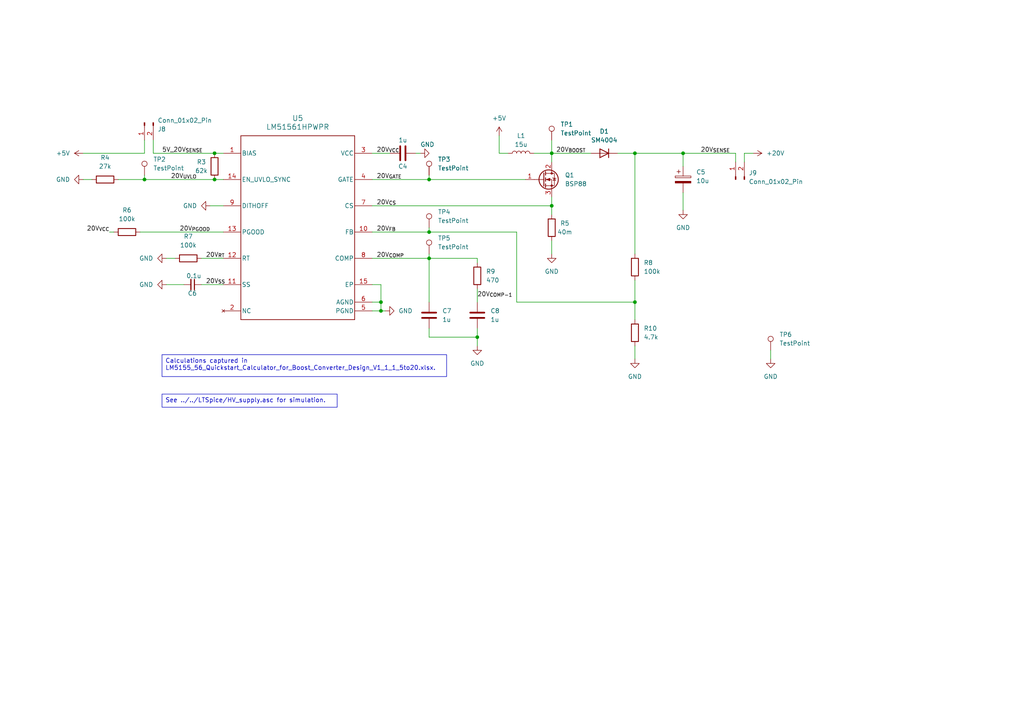
<source format=kicad_sch>
(kicad_sch (version 20230121) (generator eeschema)
  (paper "A4")
  (title_block (title "Nixie Accurate Clock") (rev "A") (company "Paul Willis"))
  (lib_symbols
    (symbol "00_lib:+20V" (power) (pin_names (offset 0)) (in_bom no) (on_board no)
      (property "Value" "+20V" (at 0 3.81 0))
      (symbol "+20V_0_1"
        (polyline (pts (xy -0.762 1.27) (xy 0 2.54)))
        (polyline (pts (xy 0 0) (xy 0 2.54)))
        (polyline (pts (xy 0 2.54) (xy 0.762 1.27)))
      )
      (symbol "+20V_1_1"
        (pin power_in line (at 0 0 90) (length 0) hide (name "+20V") (number "1"))
      )
    )
    (symbol "00_lib:BSP88" (pin_names hide)
      (property "Reference" "Q" (at 5.08 1.905 0))
      (property "Value" "BSP88" (at 5.08 0 0))
      (symbol "BSP88_0_1"
        (polyline (pts (xy 0.254 0) (xy -2.54 0)))
        (polyline (pts (xy 0.254 1.905) (xy 0.254 -1.905)) (stroke (width 0.254)))
        (polyline (pts (xy 0.762 -1.27) (xy 0.762 -2.286)) (stroke (width 0.254)))
        (polyline (pts (xy 0.762 0.508) (xy 0.762 -0.508)) (stroke (width 0.254)))
        (polyline (pts (xy 0.762 2.286) (xy 0.762 1.27)) (stroke (width 0.254)))
        (polyline (pts (xy 2.54 2.54) (xy 2.54 1.778)))
        (polyline (pts (xy 2.54 -2.54) (xy 2.54 0) (xy 0.762 0)))
        (polyline (pts (xy 0.762 -1.778) (xy 3.302 -1.778) (xy 3.302 1.778) (xy 0.762 1.778)))
        (polyline (pts (xy 1.016 0) (xy 2.032 0.381) (xy 2.032 -0.381) (xy 1.016 0)) (fill (type outline)))
        (polyline (pts (xy 2.794 0.508) (xy 2.921 0.381) (xy 3.683 0.381) (xy 3.81 0.254)))
        (polyline (pts (xy 3.302 0.381) (xy 2.921 -0.254) (xy 3.683 -0.254) (xy 3.302 0.381)))
        (circle (center 1.651 0) (radius 2.794) (stroke (width 0.254)))
        (circle (center 2.54 -1.778) (radius 0.254) (fill (type outline)))
        (circle (center 2.54 1.778) (radius 0.254) (fill (type outline)))
      )
      (symbol "BSP88_1_1"
        (pin input line (at -5.08 0 0) (length 2.54) (name "G") (number "1"))
        (pin passive line (at 2.54 5.08 270) (length 2.54) (name "D") (number "2"))
        (pin passive line (at 2.54 -5.08 90) (length 2.54) (name "S") (number "3"))
      )
    )
    (symbol "00_lib:LM51561HPWPR" (pin_names (offset 0.254))
      (property "Reference" "U3" (at 21.59 20.32 0))
      (property "Value" "LM51561HPWPR" (at 21.59 17.78 0))
      (property "Sim.Library" "lib.pretty\\LM5156-Q1_PSPICE_TRANS\\LM5156-Q1_TRANS.LIB" (at 21.59 15.24 0))
      (property "Sim.Name" "LM5156-Q1_TRANS" (at 21.59 12.7 0))
      (property "Sim.Device" "SUBCKT" (at 21.59 10.16 0))
      (property "Sim.Pins" "1=BIAS 3=VCC 5=GND 6=GATE 7=CS 8=COMP 9=DITHOFF 10=FB 11=SS 12=RT 13=PGOOD 14=UVLO_SYNC" (at 21.59 7.62 0))
      (symbol "LM51561HPWPR_0_1"
        (polyline (pts (xy 5.08 -48.26) (xy 38.1 -48.26)) (stroke (width 0.2032)))
        (polyline (pts (xy 5.08 5.08) (xy 5.08 -48.26)) (stroke (width 0.2032)))
        (polyline (pts (xy 38.1 -48.26) (xy 38.1 5.08)) (stroke (width 0.2032)))
        (polyline (pts (xy 38.1 5.08) (xy 5.08 5.08)) (stroke (width 0.2032)))
        (pin power_in line (at 0 0 0) (length 5.08) (name "BIAS") (number "1"))
        (pin input line (at 43.18 -22.86 180) (length 5.08) (name "FB") (number "10"))
        (pin input line (at 0 -38.1 0) (length 5.08) (name "SS") (number "11"))
        (pin input line (at 0 -30.48 0) (length 5.08) (name "RT") (number "12"))
        (pin open_collector line (at 0 -22.86 0) (length 5.08) (name "PGOOD") (number "13"))
        (pin input line (at 0 -7.62 0) (length 5.08) (name "EN_UVLO_SYNC") (number "14"))
        (pin passive line (at 43.18 -38.1 180) (length 5.08) (name "EP") (number "15"))
        (pin no_connect line (at 0 -45.72 0) (length 5.08) (name "NC") (number "2"))
        (pin power_out line (at 43.18 0 180) (length 5.08) (name "VCC") (number "3"))
        (pin output line (at 43.18 -7.62 180) (length 5.08) (name "GATE") (number "4"))
        (pin power_in line (at 43.18 -45.72 180) (length 5.08) (name "PGND") (number "5"))
        (pin power_in line (at 43.18 -43.18 180) (length 5.08) (name "AGND") (number "6"))
        (pin input line (at 43.18 -15.24 180) (length 5.08) (name "CS") (number "7"))
        (pin output line (at 43.18 -30.48 180) (length 5.08) (name "COMP") (number "8"))
        (pin input line (at 0 -15.24 0) (length 5.08) (name "DITHOFF") (number "9"))
      )
    )
    (symbol "Connector:Conn_01x02_Pin" (pin_names (offset 1.016) hide)
      (property "Reference" "J9" (at 1.905 -3.81 90))
      (property "Value" "Conn_01x02_Pin" (at -0.635 -3.81 90))
      (symbol "Conn_01x02_Pin_1_1"
        (polyline (pts (xy 1.27 -2.54) (xy 0.8636 -2.54)) (stroke (width 0.1524)))
        (polyline (pts (xy 1.27 0) (xy 0.8636 0)) (stroke (width 0.1524)))
        (rectangle (start 0.8636 -2.413) (end 0 -2.667) (stroke (width 0.1524)) (fill (type outline)))
        (rectangle (start 0.8636 0.127) (end 0 -0.127) (stroke (width 0.1524)) (fill (type outline)))
        (pin power_in line (at 5.08 0 180) (length 3.81) (name "Pin_1") (number "1"))
        (pin power_out line (at 5.08 -2.54 180) (length 3.81) (name "Pin_2") (number "2"))
      )
    )
    (symbol "Connector:TestPoint" (pin_numbers hide) (pin_names (offset 0.762) hide)
      (property "Reference" "TP" (at 0 6.858 0))
      (property "Value" "TestPoint" (at 0 5.08 0))
      (symbol "TestPoint_0_1"
        (circle (center 0 3.302) (radius 0.762))
      )
      (symbol "TestPoint_1_1"
        (pin passive line (at 0 0 90) (length 2.54) (name "1") (number "1"))
      )
    )
    (symbol "Device:C" (pin_numbers hide) (pin_names (offset 0.254))
      (property "Reference" "C" (at 0.635 2.54 0))
      (property "Value" "C" (at 0.635 -2.54 0))
      (symbol "C_0_1"
        (polyline (pts (xy -2.032 -0.762) (xy 2.032 -0.762)) (stroke (width 0.508)))
        (polyline (pts (xy -2.032 0.762) (xy 2.032 0.762)) (stroke (width 0.508)))
      )
      (symbol "C_1_1"
        (pin passive line (at 0 3.81 270) (length 2.794) (name "~") (number "1"))
        (pin passive line (at 0 -3.81 90) (length 2.794) (name "~") (number "2"))
      )
    )
    (symbol "Device:C_Polarized" (pin_numbers hide) (pin_names (offset 0.254))
      (property "Reference" "C" (at 0.635 2.54 0))
      (property "Value" "C_Polarized" (at 0.635 -2.54 0))
      (symbol "C_Polarized_0_1"
        (rectangle (start -2.286 0.508) (end 2.286 1.016))
        (polyline (pts (xy -1.778 2.286) (xy -0.762 2.286)))
        (polyline (pts (xy -1.27 2.794) (xy -1.27 1.778)))
        (rectangle (start 2.286 -0.508) (end -2.286 -1.016) (fill (type outline)))
      )
      (symbol "C_Polarized_1_1"
        (pin passive line (at 0 3.81 270) (length 2.794) (name "~") (number "1"))
        (pin passive line (at 0 -3.81 90) (length 2.794) (name "~") (number "2"))
      )
    )
    (symbol "Device:C_Small" (pin_numbers hide) (pin_names (offset 0.254) hide)
      (property "Reference" "C" (at 0.254 1.778 0))
      (property "Value" "C_Small" (at 0.254 -2.032 0))
      (symbol "C_Small_0_1"
        (polyline (pts (xy -1.524 -0.508) (xy 1.524 -0.508)) (stroke (width 0.3302)))
        (polyline (pts (xy -1.524 0.508) (xy 1.524 0.508)) (stroke (width 0.3048)))
      )
      (symbol "C_Small_1_1"
        (pin passive line (at 0 2.54 270) (length 2.032) (name "~") (number "1"))
        (pin passive line (at 0 -2.54 90) (length 2.032) (name "~") (number "2"))
      )
    )
    (symbol "Device:L" (pin_numbers hide) (pin_names (offset 1.016) hide)
      (property "Reference" "L" (at -1.27 0 90))
      (property "Value" "L" (at 1.905 0 90))
      (symbol "L_0_1"
        (arc (start 0 -2.54) (mid 0.6323 -1.905) (end 0 -1.27))
        (arc (start 0 -1.27) (mid 0.6323 -0.635) (end 0 0))
        (arc (start 0 0) (mid 0.6323 0.635) (end 0 1.27))
        (arc (start 0 1.27) (mid 0.6323 1.905) (end 0 2.54))
      )
      (symbol "L_1_1"
        (pin passive line (at 0 3.81 270) (length 1.27) (name "1") (number "1"))
        (pin passive line (at 0 -3.81 90) (length 1.27) (name "2") (number "2"))
      )
    )
    (symbol "Device:R" (pin_numbers hide) (pin_names (offset 0))
      (property "Reference" "R" (at 2.032 0 90))
      (property "Value" "R" (at 0 0 90))
      (symbol "R_0_1"
        (rectangle (start -1.016 -2.54) (end 1.016 2.54) (stroke (width 0.254)))
      )
      (symbol "R_1_1"
        (pin passive line (at 0 3.81 270) (length 1.27) (name "~") (number "1"))
        (pin passive line (at 0 -3.81 90) (length 1.27) (name "~") (number "2"))
      )
    )
    (symbol "Diode:SM4004" (pin_numbers hide) (pin_names hide)
      (property "Reference" "D1" (at 0 -6.35 0))
      (property "Value" "SM4004" (at 0 -3.81 0))
      (symbol "SM4004_0_1"
        (polyline (pts (xy -1.27 1.27) (xy -1.27 -1.27)) (stroke (width 0.254)))
        (polyline (pts (xy 1.27 0) (xy -1.27 0)))
        (polyline (pts (xy 1.27 1.27) (xy 1.27 -1.27) (xy -1.27 0) (xy 1.27 1.27)) (stroke (width 0.254)))
      )
      (symbol "SM4004_1_1"
        (pin power_out line (at -3.81 0 0) (length 2.54) (name "K") (number "1"))
        (pin passive line (at 3.81 0 180) (length 2.54) (name "A") (number "2"))
      )
    )
    (symbol "power:+5V" (power) (pin_names (offset 0))
      (property "Value" "+5V" (at 0 3.556 0))
      (symbol "+5V_0_1"
        (polyline (pts (xy -0.762 1.27) (xy 0 2.54)))
        (polyline (pts (xy 0 0) (xy 0 2.54)))
        (polyline (pts (xy 0 2.54) (xy 0.762 1.27)))
      )
      (symbol "+5V_1_1"
        (pin power_in line (at 0 0 90) (length 0) hide (name "+5V") (number "1"))
      )
    )
    (symbol "power:GND" (power) (pin_names (offset 0))
      (property "Value" "GND" (at 0 -3.81 0))
      (symbol "GND_0_1"
        (polyline (pts (xy 0 0) (xy 0 -1.27) (xy 1.27 -1.27) (xy 0 -2.54) (xy -1.27 -1.27) (xy 0 -1.27)))
      )
      (symbol "GND_1_1"
        (pin power_in line (at 0 0 270) (length 0) hide (name "GND") (number "1"))
      )
    )
  )
  (junction (at 160.02 59.69))
  (junction (at 41.91 52.07))
  (junction (at 62.23 44.45))
  (junction (at 110.49 87.63))
  (junction (at 138.43 97.79))
  (junction (at 198.12 44.45))
  (junction (at 184.15 87.63))
  (junction (at 110.49 90.17))
  (junction (at 124.46 52.07))
  (junction (at 124.46 74.93))
  (junction (at 62.23 52.07))
  (junction (at 184.15 44.45))
  (junction (at 160.02 44.45))
  (junction (at 124.46 67.31))
  (wire (pts (xy 184.15 73.66) (xy 184.15 44.45)))
  (wire (pts (xy 198.12 44.45) (xy 198.12 48.26)))
  (wire (pts (xy 160.02 44.45) (xy 160.02 46.99)))
  (wire (pts (xy 107.95 82.55) (xy 110.49 82.55)))
  (wire (pts (xy 124.46 67.31) (xy 149.86 67.31)))
  (wire (pts (xy 44.45 44.45) (xy 62.23 44.45)))
  (wire (pts (xy 107.95 87.63) (xy 110.49 87.63)))
  (wire (pts (xy 41.91 50.8) (xy 41.91 52.07)))
  (wire (pts (xy 110.49 87.63) (xy 110.49 90.17)))
  (wire (pts (xy 198.12 55.88) (xy 198.12 60.96)))
  (wire (pts (xy 179.07 44.45) (xy 184.15 44.45)))
  (wire (pts (xy 48.26 74.93) (xy 50.8 74.93)))
  (wire (pts (xy 160.02 40.64) (xy 160.02 44.45)))
  (wire (pts (xy 62.23 52.07) (xy 64.77 52.07)))
  (wire (pts (xy 138.43 95.25) (xy 138.43 97.79)))
  (wire (pts (xy 124.46 52.07) (xy 107.95 52.07)))
  (wire (pts (xy 160.02 62.23) (xy 160.02 59.69)))
  (wire (pts (xy 44.45 40.64) (xy 44.45 44.45)))
  (wire (pts (xy 213.36 46.99) (xy 213.36 44.45)))
  (wire (pts (xy 24.13 52.07) (xy 26.67 52.07)))
  (wire (pts (xy 31.75 67.31) (xy 33.02 67.31)))
  (wire (pts (xy 144.78 39.37) (xy 144.78 44.45)))
  (wire (pts (xy 184.15 81.28) (xy 184.15 87.63)))
  (wire (pts (xy 184.15 104.14) (xy 184.15 100.33)))
  (wire (pts (xy 149.86 67.31) (xy 149.86 87.63)))
  (wire (pts (xy 41.91 52.07) (xy 62.23 52.07)))
  (wire (pts (xy 124.46 74.93) (xy 124.46 87.63)))
  (wire (pts (xy 184.15 44.45) (xy 198.12 44.45)))
  (wire (pts (xy 124.46 66.04) (xy 124.46 67.31)))
  (wire (pts (xy 124.46 95.25) (xy 124.46 97.79)))
  (wire (pts (xy 110.49 90.17) (xy 111.76 90.17)))
  (wire (pts (xy 213.36 44.45) (xy 198.12 44.45)))
  (wire (pts (xy 154.94 44.45) (xy 160.02 44.45)))
  (wire (pts (xy 138.43 87.63) (xy 138.43 83.82)))
  (wire (pts (xy 48.26 82.55) (xy 53.34 82.55)))
  (wire (pts (xy 171.45 44.45) (xy 160.02 44.45)))
  (wire (pts (xy 41.91 44.45) (xy 41.91 40.64)))
  (wire (pts (xy 160.02 59.69) (xy 160.02 57.15)))
  (wire (pts (xy 107.95 90.17) (xy 110.49 90.17)))
  (wire (pts (xy 107.95 59.69) (xy 160.02 59.69)))
  (wire (pts (xy 184.15 87.63) (xy 184.15 92.71)))
  (wire (pts (xy 121.92 44.45) (xy 120.65 44.45)))
  (wire (pts (xy 144.78 44.45) (xy 147.32 44.45)))
  (wire (pts (xy 60.96 59.69) (xy 64.77 59.69)))
  (wire (pts (xy 223.52 104.14) (xy 223.52 101.6)))
  (wire (pts (xy 138.43 76.2) (xy 138.43 74.93)))
  (wire (pts (xy 40.64 67.31) (xy 64.77 67.31)))
  (wire (pts (xy 138.43 97.79) (xy 138.43 100.33)))
  (wire (pts (xy 107.95 44.45) (xy 113.03 44.45)))
  (wire (pts (xy 24.13 44.45) (xy 41.91 44.45)))
  (wire (pts (xy 110.49 82.55) (xy 110.49 87.63)))
  (wire (pts (xy 215.9 44.45) (xy 218.44 44.45)))
  (wire (pts (xy 58.42 74.93) (xy 64.77 74.93)))
  (wire (pts (xy 34.29 52.07) (xy 41.91 52.07)))
  (wire (pts (xy 215.9 46.99) (xy 215.9 44.45)))
  (wire (pts (xy 160.02 73.66) (xy 160.02 69.85)))
  (wire (pts (xy 107.95 74.93) (xy 124.46 74.93)))
  (wire (pts (xy 62.23 44.45) (xy 64.77 44.45)))
  (wire (pts (xy 152.4 52.07) (xy 124.46 52.07)))
  (wire (pts (xy 58.42 82.55) (xy 64.77 82.55)))
  (wire (pts (xy 107.95 67.31) (xy 124.46 67.31)))
  (wire (pts (xy 149.86 87.63) (xy 184.15 87.63)))
  (wire (pts (xy 124.46 97.79) (xy 138.43 97.79)))
  (wire (pts (xy 124.46 74.93) (xy 138.43 74.93)))
  (wire (pts (xy 124.46 73.66) (xy 124.46 74.93)))
  (wire (pts (xy 124.46 50.8) (xy 124.46 52.07)))
  (text_box "See ../../LTSpice/HV_supply.asc for simulation." (at 46.99 114.3 0) (size 50.8 3.81) (effects (font (size 1.27 1.27)) (justify left top)))
  (text_box "Calculations captured in LM5155_56_Quickstart_Calculator_for_Boost_Converter_Design_V1_1_1_5to20.xlsx." (at 46.99 102.87 0) (size 82.55 6.35) (effects (font (size 1.27 1.27)) (justify left top)))
  (label "20V_{UVLO}" (at 49.53 52.07 0))
  (label "20V_{SENSE}" (at 203.2 44.45 0))
  (label "20V_{COMP}" (at 109.22 74.93 0))
  (label "20V_{PGOOD}" (at 52.07 67.31 0))
  (label "20V_{VCC}" (at 31.75 67.31 180))
  (label "20V_{BOOST}" (at 161.29 44.45 0))
  (label "20V_{COMP-1}" (at 138.43 86.36 0))
  (label "20V_{CS}" (at 109.22 59.69 0))
  (label "20V_{SS}" (at 59.69 82.55 0))
  (label "5V_20V_{SENSE}" (at 46.99 44.45 0))
  (label "20V_{FB}" (at 109.22 67.31 0))
  (label "20V_{GATE}" (at 109.22 52.07 0))
  (label "20V_{VCC}" (at 109.22 44.45 0))
  (label "20V_{RT}" (at 59.69 74.93 0))
  (symbol (lib_id "Device:R") (at 54.61 74.93 90) (unit 1)
    (property "Reference" "R7" (at 54.61 68.58 90))
    (property "Value" "100k" (at 54.61 71.12 90))
    (property "Footprint" "Resistor_SMD:R_0603_1608Metric" (effects hide))
    (property "Datasheet" "https://www.yageo.com/upload/media/product/app/datasheet/rchip/pyu-rc_group_51_rohs_l.pdf" (effects hide))
    (property "Model" "RC0603JR-07100KL" (effects hide))
    (property "Price" "0.10" (effects hide))
    (property "Digikey link" "https://www.digikey.com/en/products/detail/yageo/RC0603JR-07100KL/726698" (effects hide))
    (property "Mouser link" "https://www.mouser.com/ProductDetail/YAGEO/RC0603JR-07100KL?qs=2cAdsCoAWRG9Rhqklpdeqg%3D%3D" (effects hide))
  )
  (symbol (lib_id "power:GND") (at 111.76 90.17 90) (unit 1)
    (property "Reference" "#PWR035" (effects hide))
    (property "Value" "GND" (at 115.57 90.17 90) (effects (justify right)))
  )
  (symbol (lib_id "Connector:TestPoint") (at 41.91 50.8 0) (unit 1)
    (property "Reference" "TP2" (at 44.45 46.228 0) (effects (justify left)))
    (property "Value" "TestPoint" (at 44.45 48.768 0) (effects (justify left)))
    (property "Footprint" "00_lib:TestPoint_Keystone_5019_Minature" (effects hide))
    (property "Datasheet" "https://www.mouser.com/datasheet/2/215/019-743690.pdf" (effects hide))
    (property "Model" "5019" (effects hide))
    (property "Sim.Enable" "0" (effects hide))
    (property "Price" "0.33" (effects hide))
    (property "Digikey link" "https://www.digikey.com/en/products/detail/keystone-electronics/5019/3907343" (effects hide))
    (property "Mouser link" "https://www.mouser.com/ProductDetail/Keystone-Electronics/5019?qs=wOxb8XianXjjCAsb90Ilzw%3D%3D" (effects hide))
  )
  (symbol (lib_id "Connector:Conn_01x02_Pin") (at 41.91 35.56 90) (mirror x) (unit 1)
    (property "Reference" "J8" (at 45.72 37.465 90) (effects (justify right)))
    (property "Value" "Conn_01x02_Pin" (at 45.72 34.925 90) (effects (justify right)))
    (property "Footprint" "Connector_PinHeader_2.54mm:PinHeader_1x02_P2.54mm_Vertical" (effects hide))
    (property "Datasheet" "https://app.adam-tech.com/products/download/data_sheet/201605/ph1-xx-ua-data-sheet.pdf" (effects hide))
    (property "Sim.Enable" "0" (effects hide))
    (property "Model" "PH1-02-UA" (effects hide))
    (property "Price" "0.10" (effects hide))
    (property "Digikey link" "https://www.digikey.com/en/products/detail/adam-tech/PH1-02-UA/9830266" (effects hide))
    (property "Mouser link" "https://www.mouser.com/ProductDetail/Samtec/TSW-102-07-G-S?qs=iT52DjcXudsNPhlNCDp8vw%3D%3D" (effects hide))
  )
  (symbol (lib_id "Connector:TestPoint") (at 124.46 66.04 0) (unit 1)
    (property "Reference" "TP4" (at 127 61.468 0) (effects (justify left)))
    (property "Value" "TestPoint" (at 127 64.008 0) (effects (justify left)))
    (property "Footprint" "00_lib:TestPoint_Keystone_5019_Minature" (effects hide))
    (property "Datasheet" "https://www.mouser.com/datasheet/2/215/019-743690.pdf" (effects hide))
    (property "Model" "5019" (effects hide))
    (property "Sim.Enable" "0" (effects hide))
    (property "Price" "0.33" (effects hide))
    (property "Digikey link" "https://www.digikey.com/en/products/detail/keystone-electronics/5019/3907343" (effects hide))
    (property "Mouser link" "https://www.mouser.com/ProductDetail/Keystone-Electronics/5019?qs=wOxb8XianXjjCAsb90Ilzw%3D%3D" (effects hide))
  )
  (symbol (lib_id "Device:C") (at 116.84 44.45 90) (mirror x) (unit 1)
    (property "Reference" "C4" (at 116.84 48.26 90))
    (property "Value" "1u" (at 116.84 40.64 90))
    (property "Footprint" "Capacitor_SMD:C_0603_1608Metric" (effects hide))
    (property "Datasheet" "https://mm.digikey.com/Volume0/opasdata/d220001/medias/docus/609/CL10A105KA8NNNC_Spec.pdf" (effects hide))
    (property "Model" "CL10A105KA8NNNC" (effects hide))
    (property "Sim.Device" "C" (effects hide))
    (property "Sim.Pins" "1=+ 2=-" (effects hide))
    (property "Price" "0.10" (effects hide))
    (property "Digikey link" "https://www.digikey.com/en/products/detail/samsung-electro-mechanics/CL10A105KA8NNNC/3886760" (effects hide))
    (property "Mouser link" "https://www.mouser.com/ProductDetail/Samsung-Electro-Mechanics/CL10A105KA8NNNC?qs=hqM3L16%252BxldY%252BnK4KzDJVg%3D%3D" (effects hide))
  )
  (symbol (lib_id "Device:R") (at 138.43 80.01 0) (unit 1)
    (property "Reference" "R9" (at 140.97 78.74 0) (effects (justify left)))
    (property "Value" "470" (at 140.97 81.28 0) (effects (justify left)))
    (property "Footprint" "Resistor_SMD:R_0603_1608Metric" (effects hide))
    (property "Datasheet" "https://www.yageo.com/upload/media/product/app/datasheet/rchip/pyu-rc_group_51_rohs_l.pdf" (effects hide))
    (property "Model" "RC0603JR-07470RL" (effects hide))
    (property "Price" "0.10" (effects hide))
    (property "Digikey link" "https://www.digikey.com/en/products/detail/yageo/RC0603JR-07470RL/726791" (effects hide))
    (property "Mouser link" "https://www.mouser.com/ProductDetail/YAGEO/RC0603JR-07470RL?qs=%2F9ZTgpVJnN7OKFv8ihIyYQ%3D%3D" (effects hide))
  )
  (symbol (lib_id "Connector:TestPoint") (at 124.46 50.8 0) (unit 1)
    (property "Reference" "TP3" (at 127 46.228 0) (effects (justify left)))
    (property "Value" "TestPoint" (at 127 48.768 0) (effects (justify left)))
    (property "Footprint" "00_lib:TestPoint_Keystone_5019_Minature" (effects hide))
    (property "Datasheet" "https://www.mouser.com/datasheet/2/215/019-743690.pdf" (effects hide))
    (property "Model" "5019" (effects hide))
    (property "Sim.Enable" "0" (effects hide))
    (property "Price" "0.33" (effects hide))
    (property "Digikey link" "https://www.digikey.com/en/products/detail/keystone-electronics/5019/3907343" (effects hide))
    (property "Mouser link" "https://www.mouser.com/ProductDetail/Keystone-Electronics/5019?qs=wOxb8XianXjjCAsb90Ilzw%3D%3D" (effects hide))
  )
  (symbol (lib_id "Device:C") (at 124.46 91.44 0) (unit 1)
    (property "Reference" "C7" (at 128.27 90.17 0) (effects (justify left)))
    (property "Value" "1u" (at 128.27 92.71 0) (effects (justify left)))
    (property "Footprint" "Capacitor_SMD:C_0603_1608Metric" (effects hide))
    (property "Datasheet" "https://mm.digikey.com/Volume0/opasdata/d220001/medias/docus/609/CL10A105KA8NNNC_Spec.pdf" (effects hide))
    (property "Model" "CL10A105KA8NNNC" (effects hide))
    (property "Sim.Device" "C" (effects hide))
    (property "Sim.Pins" "1=+ 2=-" (effects hide))
    (property "Price" "0.10" (effects hide))
    (property "Digikey link" "https://www.digikey.com/en/products/detail/samsung-electro-mechanics/CL10A105KA8NNNC/3886760" (effects hide))
    (property "Mouser link" "https://www.mouser.com/ProductDetail/Samsung-Electro-Mechanics/CL10A105KA8NNNC?qs=hqM3L16%252BxldY%252BnK4KzDJVg%3D%3D" (effects hide))
  )
  (symbol (lib_id "Device:R") (at 160.02 66.04 0) (mirror y) (unit 1)
    (property "Reference" "R5" (at 163.83 64.77 0))
    (property "Value" "40m" (at 163.83 67.31 0))
    (property "Footprint" "Resistor_SMD:R_0603_1608Metric" (effects hide))
    (property "Datasheet" "https://www.vishay.com/docs/30122/wslp.pdf" (effects hide))
    (property "Model" "WSLP0603R0400FEB" (effects hide))
    (property "Price" "0.74" (effects hide))
    (property "Digikey link" "https://www.digikey.com/en/products/detail/vishay-dale/WSLP0603R0400FEB/2695094" (effects hide))
    (property "Mouser link" "https://www.mouser.com/ProductDetail/Vishay-Dale/WSLP0603R0400FEB?qs=%2FCIfAsUrYSUeZEuc8AwYZQ%3D%3D" (effects hide))
  )
  (symbol (lib_id "Connector:TestPoint") (at 223.52 101.6 0) (unit 1)
    (property "Reference" "TP6" (at 226.06 97.028 0) (effects (justify left)))
    (property "Value" "TestPoint" (at 226.06 99.568 0) (effects (justify left)))
    (property "Footprint" "00_lib:TestPoint_Keystone_5019_Minature" (effects hide))
    (property "Datasheet" "https://www.mouser.com/datasheet/2/215/019-743690.pdf" (effects hide))
    (property "Model" "5019" (effects hide))
    (property "Sim.Enable" "0" (effects hide))
    (property "Price" "0.33" (effects hide))
    (property "Digikey link" "https://www.digikey.com/en/products/detail/keystone-electronics/5019/3907343" (effects hide))
    (property "Mouser link" "https://www.mouser.com/ProductDetail/Keystone-Electronics/5019?qs=wOxb8XianXjjCAsb90Ilzw%3D%3D" (effects hide))
  )
  (symbol (lib_id "00_lib:BSP88") (at 157.48 52.07 0) (unit 1)
    (property "Reference" "Q1" (at 163.83 50.8 0) (effects (justify left)))
    (property "Value" "BSP88" (at 163.83 53.34 0) (effects (justify left)))
    (property "Footprint" "Package_TO_SOT_SMD:SOT-223-3_TabPin2" (effects hide))
    (property "Datasheet" "https://www.infineon.com/dgdl/Infineon-BSP88-DS-v02_02-en.pdf?fileId=db3a30433b47825b013b4b657acf0ca8" (effects hide))
    (property "Model" "BSP88" (effects hide))
    (property "Price" "0.60" (effects hide))
    (property "Digikey link" "https://www.digikey.com/en/products/detail/infineon-technologies/BSP88H6327XTSA1/5959955" (effects hide))
    (property "Mouser link" "https://www.mouser.com/ProductDetail/Infineon-Technologies/BSP88H6327XTSA1?qs=LqwxS8kK3AsxJVC%2FVRfDmg%3D%3D" (effects hide))
  )
  (symbol (lib_id "Connector:TestPoint") (at 160.02 40.64 0) (unit 1)
    (property "Reference" "TP1" (at 162.56 36.068 0) (effects (justify left)))
    (property "Value" "TestPoint" (at 162.56 38.608 0) (effects (justify left)))
    (property "Footprint" "00_lib:TestPoint_Keystone_5019_Minature" (effects hide))
    (property "Datasheet" "https://www.mouser.com/datasheet/2/215/019-743690.pdf" (effects hide))
    (property "Model" "5019" (effects hide))
    (property "Sim.Enable" "0" (effects hide))
    (property "Price" "0.33" (effects hide))
    (property "Digikey link" "https://www.digikey.com/en/products/detail/keystone-electronics/5019/3907343" (effects hide))
    (property "Mouser link" "https://www.mouser.com/ProductDetail/Keystone-Electronics/5019?qs=wOxb8XianXjjCAsb90Ilzw%3D%3D" (effects hide))
  )
  (symbol (lib_id "power:GND") (at 160.02 73.66 0) (unit 1)
    (property "Reference" "#PWR032" (effects hide))
    (property "Value" "GND" (at 160.02 78.74 0))
  )
  (symbol (lib_id "power:GND") (at 138.43 100.33 0) (unit 1)
    (property "Reference" "#PWR036" (effects hide))
    (property "Value" "GND" (at 138.43 105.41 0))
  )
  (symbol (lib_id "Device:R") (at 36.83 67.31 270) (unit 1)
    (property "Reference" "R6" (at 36.83 60.96 90))
    (property "Value" "100k" (at 36.83 63.5 90))
    (property "Footprint" "Resistor_SMD:R_0603_1608Metric" (effects hide))
    (property "Datasheet" "https://www.yageo.com/upload/media/product/app/datasheet/rchip/pyu-rc_group_51_rohs_l.pdf" (effects hide))
    (property "Model" "RC0603JR-07100KL" (effects hide))
    (property "Price" "0.10" (effects hide))
    (property "Digikey link" "https://www.digikey.com/en/products/detail/yageo/RC0603JR-07100KL/726698" (effects hide))
    (property "Mouser link" "https://www.mouser.com/ProductDetail/YAGEO/RC0603JR-07100KL?qs=2cAdsCoAWRG9Rhqklpdeqg%3D%3D" (effects hide))
  )
  (symbol (lib_id "power:GND") (at 198.12 60.96 0) (unit 1)
    (property "Reference" "#PWR031" (effects hide))
    (property "Value" "GND" (at 198.12 66.04 0))
  )
  (symbol (lib_id "Device:R") (at 184.15 77.47 180) (unit 1)
    (property "Reference" "R8" (at 186.69 76.2 0) (effects (justify right)))
    (property "Value" "100k" (at 186.69 78.74 0) (effects (justify right)))
    (property "Footprint" "Resistor_SMD:R_0603_1608Metric" (effects hide))
    (property "Datasheet" "https://www.yageo.com/upload/media/product/app/datasheet/rchip/pyu-rc_group_51_rohs_l.pdf" (effects hide))
    (property "Model" "RC0603JR-07100KL" (effects hide))
    (property "Price" "0.10" (effects hide))
    (property "Digikey link" "https://www.digikey.com/en/products/detail/yageo/RC0603JR-07100KL/726698" (effects hide))
    (property "Mouser link" "https://www.mouser.com/ProductDetail/YAGEO/RC0603JR-07100KL?qs=2cAdsCoAWRG9Rhqklpdeqg%3D%3D" (effects hide))
  )
  (symbol (lib_id "power:GND") (at 24.13 52.07 270) (unit 1)
    (property "Reference" "#PWR029" (effects hide))
    (property "Value" "GND" (at 20.32 52.07 90) (effects (justify right)))
  )
  (symbol (lib_id "Device:C_Polarized") (at 198.12 52.07 0) (unit 1)
    (property "Reference" "C5" (at 201.93 49.911 0) (effects (justify left)))
    (property "Value" "10u" (at 201.93 52.451 0) (effects (justify left)))
    (property "Footprint" "Capacitor_SMD:CP_Elec_8x10" (effects hide))
    (property "Datasheet" "https://www.nichicon.co.jp/english/series_items/catalog_pdf/e-ulr.pdf" (effects hide))
    (property "Model" "ULR2E100MNL1GS" (effects hide))
    (property "Sim.Device" "C" (effects hide))
    (property "Sim.Pins" "1=+ 2=-" (effects hide))
    (property "Price" "1.03" (effects hide))
    (property "Digikey link" "https://www.digikey.com/en/products/detail/nichicon/ULR2E100MNL1GS/3664123" (effects hide))
    (property "Mouser link" "https://www.mouser.com/ProductDetail/Nichicon/ULR2E100MNL1GS?qs=aoAypCcaRa8pBYU9738QBQ%3D%3D" (effects hide))
  )
  (symbol (lib_id "Device:R") (at 62.23 48.26 180) (unit 1)
    (property "Reference" "R3" (at 58.42 46.99 0))
    (property "Value" "62k" (at 58.42 49.53 0))
    (property "Footprint" "Resistor_SMD:R_0603_1608Metric" (effects hide))
    (property "Datasheet" "https://www.seielect.com/catalog/sei-rmcf_rmcp.pdf" (effects hide))
    (property "Model" "RMCF0603FT62K0" (effects hide))
    (property "Price" "0.10" (effects hide))
    (property "Digikey link" "https://www.digikey.com/en/products/detail/stackpole-electronics-inc/RMCF0603FT62K0/1714175" (effects hide))
    (property "Mouser link" "https://www.mouser.com/ProductDetail/Panasonic/ERJ-3GEYJ623V?qs=JjxTDIFmKPS6xQUYaPwfBA%3D%3D" (effects hide))
  )
  (symbol (lib_id "00_lib:+20V") (at 218.44 44.45 270) (unit 1) (in_bom no) (on_board no)
    (property "Reference" "#PWR028" (effects hide))
    (property "Value" "+20V" (at 222.25 44.45 90) (effects (justify left)))
    (property "Sim.Enable" "0" (effects hide))
  )
  (symbol (lib_id "power:+5V") (at 144.78 39.37 0) (unit 1)
    (property "Reference" "#PWR025" (effects hide))
    (property "Value" "+5V" (at 144.78 34.29 0))
    (property "Sim.Enable" "0" (effects hide))
  )
  (symbol (lib_id "Diode:SM4004") (at 175.26 44.45 180) (unit 1)
    (property "Reference" "D1" (at 175.26 38.1 0))
    (property "Value" "SM4004" (at 175.26 40.64 0))
    (property "Footprint" "Diode_SMD:D_MELF" (effects hide))
    (property "Datasheet" "http://cdn-reichelt.de/documents/datenblatt/A400/SMD1N400%23DIO.pdf" (effects hide))
    (property "Sim.Device" "D" (effects hide))
    (property "Sim.Pins" "1=K 2=A" (effects hide))
    (property "Model" "SM4004" (effects hide))
    (property "Price" "0.27" (effects hide))
    (property "Digikey link" "https://www.digikey.com/en/products/detail/diotec-semiconductor/SM4004/13155357" (effects hide))
    (property "Mouser link" "https://www.mouser.com/ProductDetail/Diotec-Semiconductor/SM4004?qs=OlC7AqGiEDkXkiBPoivHAA%3D%3D" (effects hide))
  )
  (symbol (lib_id "00_lib:LM51561HPWPR") (at 64.77 44.45 0) (unit 1)
    (property "Reference" "U5" (at 86.36 34.29 0) (effects (font (size 1.524 1.524))))
    (property "Value" "LM51561HPWPR" (at 86.36 36.83 0) (effects (font (size 1.524 1.524))))
    (property "Footprint" "00_lib:PWP0014H-IPC_C" (effects hide))
    (property "Datasheet" "http://www.ti.com/general/docs/suppproductinfo.tsp?distId=10&gotoUrl=http%3A%2F%2Fwww.ti.com%2Flit%2Fgpn%2FLM5156H" (effects hide))
    (property "Model" "LM51561HPWPR" (effects hide))
    (property "Price" "2.18" (effects hide))
    (property "Digikey link" "https://www.digikey.com/en/products/detail/texas-instruments/LM51561HPWPR/13283334" (effects hide))
    (property "Mouser link" "https://www.mouser.com/ProductDetail/Texas-Instruments/LM51561HPWPR?qs=zW32dvEIR3sIsgYNjaIZmQ%3D%3D" (effects hide))
  )
  (symbol (lib_id "Device:L") (at 151.13 44.45 90) (unit 1)
    (property "Reference" "L1" (at 151.13 39.37 90))
    (property "Value" "15u" (at 151.13 41.91 90))
    (property "Footprint" "00_lib:IND_VLS6045EX-150M" (effects hide))
    (property "Datasheet" "https://product.tdk.com/en/system/files?file=dam/doc/product/inductor/inductor/smd/catalog/inductor_commercial_power_vls6045ex_en.pdf" (effects hide))
    (property "Model" "VLS6045EX-150M" (effects hide))
    (property "Price" "0.41" (effects hide))
    (property "Digikey link" "https://www.digikey.com/en/products/detail/tdk-corporation/VLS6045EX-150M/5286690" (effects hide))
    (property "Mouser link" "https://www.mouser.com/ProductDetail/TDK/VLS6045EX-150M?qs=oF%2FSscNnLpDh4m%2FVdQ%2FgKQ%3D%3D" (effects hide))
  )
  (symbol (lib_id "power:GND") (at 121.92 44.45 90) (unit 1)
    (property "Reference" "#PWR027" (effects hide))
    (property "Value" "GND" (at 121.92 41.91 90) (effects (justify right)))
  )
  (symbol (lib_id "Device:C_Small") (at 55.88 82.55 270) (mirror x) (unit 1)
    (property "Reference" "C6" (at 57.1437 85.09 90) (effects (justify right)))
    (property "Value" "0.1u" (at 58.42 80.01 90) (effects (justify right)))
    (property "Footprint" "Capacitor_SMD:C_0603_1608Metric" (effects hide))
    (property "Datasheet" "https://mm.digikey.com/Volume0/opasdata/d220001/medias/docus/658/CL10B104KB8NNWC_Spec.pdf" (effects hide))
    (property "Model" "CL10B104KB8NNWC" (effects hide))
    (property "Price" "0.10" (effects hide))
    (property "Digikey link" "https://www.digikey.com/en/products/detail/samsung-electro-mechanics/CL10A105KA8NNNC/3886760" (effects hide))
    (property "Mouser link" "https://www.mouser.com/ProductDetail/Samsung-Electro-Mechanics/CL10A105KA8NNNC?qs=hqM3L16%252BxldY%252BnK4KzDJVg%3D%3D" (effects hide))
  )
  (symbol (lib_id "power:GND") (at 48.26 74.93 270) (unit 1)
    (property "Reference" "#PWR033" (effects hide))
    (property "Value" "GND" (at 44.45 74.93 90) (effects (justify right)))
  )
  (symbol (lib_id "Device:C") (at 138.43 91.44 0) (unit 1)
    (property "Reference" "C8" (at 142.24 90.17 0) (effects (justify left)))
    (property "Value" "1u" (at 142.24 92.71 0) (effects (justify left)))
    (property "Footprint" "Capacitor_SMD:C_0603_1608Metric" (effects hide))
    (property "Datasheet" "https://mm.digikey.com/Volume0/opasdata/d220001/medias/docus/609/CL10A105KA8NNNC_Spec.pdf" (effects hide))
    (property "Model" "CL10A105KA8NNNC" (effects hide))
    (property "Sim.Device" "C" (effects hide))
    (property "Sim.Pins" "1=+ 2=-" (effects hide))
    (property "Price" "0.10" (effects hide))
    (property "Digikey link" "https://www.digikey.com/en/products/detail/samsung-electro-mechanics/CL10A105KA8NNNC/3886760" (effects hide))
    (property "Mouser link" "https://www.mouser.com/ProductDetail/Samsung-Electro-Mechanics/CL10A105KA8NNNC?qs=hqM3L16%252BxldY%252BnK4KzDJVg%3D%3D" (effects hide))
  )
  (symbol (lib_id "power:GND") (at 48.26 82.55 270) (unit 1)
    (property "Reference" "#PWR034" (effects hide))
    (property "Value" "GND" (at 44.45 82.55 90) (effects (justify right)))
  )
  (symbol (lib_id "power:GND") (at 223.52 104.14 0) (unit 1)
    (property "Reference" "#PWR038" (effects hide))
    (property "Value" "GND" (at 223.52 109.22 0))
  )
  (symbol (lib_id "Device:R") (at 30.48 52.07 90) (unit 1)
    (property "Reference" "R4" (at 30.48 45.72 90))
    (property "Value" "27k" (at 30.48 48.26 90))
    (property "Footprint" "Resistor_SMD:R_0603_1608Metric" (effects hide))
    (property "Datasheet" "https://www.yageo.com/upload/media/product/app/datasheet/rchip/pyu-rc_group_51_rohs_l.pdf" (effects hide))
    (property "Model" "RC0603FR-0727KL" (effects hide))
    (property "Price" "0.10" (effects hide))
    (property "Digikey link" "https://www.digikey.com/en/products/detail/yageo/RC0603FR-0727KL/727100" (effects hide))
    (property "Mouser link" "https://www.mouser.com/ProductDetail/YAGEO/RC0603FR-0727KL?qs=HhmREhdzqomUcJ5okwKG7g%3D%3D" (effects hide))
  )
  (symbol (lib_id "Device:R") (at 184.15 96.52 180) (unit 1)
    (property "Reference" "R10" (at 186.69 95.25 0) (effects (justify right)))
    (property "Value" "4.7k" (at 186.69 97.79 0) (effects (justify right)))
    (property "Footprint" "Resistor_SMD:R_0603_1608Metric" (effects hide))
    (property "Datasheet" "https://www.yageo.com/upload/media/product/app/datasheet/rchip/pyu-rc_group_51_rohs_l.pdf" (effects hide))
    (property "Model" "RC0603JR-074K7L" (effects hide))
    (property "Price" "0.10" (effects hide))
    (property "Digikey link" "https://www.digikey.com/en/products/detail/yageo/RC0603JR-074K7L/726785" (effects hide))
    (property "Mouser link" "https://www.mouser.com/ProductDetail/YAGEO/RC0603JR-074K7L?qs=%2F9ZTgpVJnN7SlR9TL5EAvw%3D%3D" (effects hide))
  )
  (symbol (lib_id "Connector:Conn_01x02_Pin") (at 213.36 52.07 90) (unit 1)
    (property "Reference" "J9" (at 217.17 50.165 90) (effects (justify right)))
    (property "Value" "Conn_01x02_Pin" (at 217.17 52.705 90) (effects (justify right)))
    (property "Footprint" "Connector_PinHeader_2.54mm:PinHeader_1x02_P2.54mm_Vertical" (effects hide))
    (property "Datasheet" "https://app.adam-tech.com/products/download/data_sheet/201605/ph1-xx-ua-data-sheet.pdf" (effects hide))
    (property "Sim.Enable" "0" (effects hide))
    (property "Model" "PH1-02-UA" (effects hide))
    (property "Price" "0.10" (effects hide))
    (property "Digikey link" "https://www.digikey.com/en/products/detail/adam-tech/PH1-02-UA/9830266" (effects hide))
    (property "Mouser link" "https://www.mouser.com/ProductDetail/Samtec/TSW-102-07-G-S?qs=iT52DjcXudsNPhlNCDp8vw%3D%3D" (effects hide))
  )
  (symbol (lib_id "power:+5V") (at 24.13 44.45 90) (unit 1)
    (property "Reference" "#PWR026" (effects hide))
    (property "Value" "+5V" (at 20.32 44.45 90) (effects (justify left)))
    (property "Sim.Enable" "0" (effects hide))
  )
  (symbol (lib_id "Connector:TestPoint") (at 124.46 73.66 0) (unit 1)
    (property "Reference" "TP5" (at 127 69.088 0) (effects (justify left)))
    (property "Value" "TestPoint" (at 127 71.628 0) (effects (justify left)))
    (property "Footprint" "00_lib:TestPoint_Keystone_5019_Minature" (effects hide))
    (property "Datasheet" "https://www.mouser.com/datasheet/2/215/019-743690.pdf" (effects hide))
    (property "Model" "5019" (effects hide))
    (property "Sim.Enable" "0" (effects hide))
    (property "Price" "0.33" (effects hide))
    (property "Digikey link" "https://www.digikey.com/en/products/detail/keystone-electronics/5019/3907343" (effects hide))
    (property "Mouser link" "https://www.mouser.com/ProductDetail/Keystone-Electronics/5019?qs=wOxb8XianXjjCAsb90Ilzw%3D%3D" (effects hide))
  )
  (symbol (lib_id "power:GND") (at 184.15 104.14 0) (unit 1)
    (property "Reference" "#PWR037" (effects hide))
    (property "Value" "GND" (at 184.15 109.22 0))
  )
  (symbol (lib_id "power:GND") (at 60.96 59.69 270) (unit 1)
    (property "Reference" "#PWR030" (effects hide))
    (property "Value" "GND" (at 57.15 59.69 90) (effects (justify right)))
  )
)
</source>
